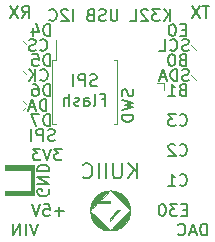
<source format=gbr>
G04 #@! TF.GenerationSoftware,KiCad,Pcbnew,5.1.9-73d0e3b20d~88~ubuntu16.04.1*
G04 #@! TF.CreationDate,2021-02-23T03:34:03+00:00*
G04 #@! TF.ProjectId,kuiic,6b756969-632e-46b6-9963-61645f706362,rev?*
G04 #@! TF.SameCoordinates,Original*
G04 #@! TF.FileFunction,Legend,Bot*
G04 #@! TF.FilePolarity,Positive*
%FSLAX46Y46*%
G04 Gerber Fmt 4.6, Leading zero omitted, Abs format (unit mm)*
G04 Created by KiCad (PCBNEW 5.1.9-73d0e3b20d~88~ubuntu16.04.1) date 2021-02-23 03:34:03*
%MOMM*%
%LPD*%
G01*
G04 APERTURE LIST*
%ADD10C,0.150000*%
%ADD11C,0.120000*%
%ADD12C,0.002540*%
%ADD13C,0.203200*%
%ADD14C,0.010000*%
G04 APERTURE END LIST*
D10*
X132095238Y-118562380D02*
X132095238Y-117562380D01*
X131523809Y-118562380D02*
X131952380Y-117990952D01*
X131523809Y-117562380D02*
X132095238Y-118133809D01*
X131190476Y-117562380D02*
X130571428Y-117562380D01*
X130904761Y-117943333D01*
X130761904Y-117943333D01*
X130666666Y-117990952D01*
X130619047Y-118038571D01*
X130571428Y-118133809D01*
X130571428Y-118371904D01*
X130619047Y-118467142D01*
X130666666Y-118514761D01*
X130761904Y-118562380D01*
X131047619Y-118562380D01*
X131142857Y-118514761D01*
X131190476Y-118467142D01*
X130190476Y-117657619D02*
X130142857Y-117610000D01*
X130047619Y-117562380D01*
X129809523Y-117562380D01*
X129714285Y-117610000D01*
X129666666Y-117657619D01*
X129619047Y-117752857D01*
X129619047Y-117848095D01*
X129666666Y-117990952D01*
X130238095Y-118562380D01*
X129619047Y-118562380D01*
X128714285Y-118562380D02*
X129190476Y-118562380D01*
X129190476Y-117562380D01*
X127619047Y-117562380D02*
X127619047Y-118371904D01*
X127571428Y-118467142D01*
X127523809Y-118514761D01*
X127428571Y-118562380D01*
X127238095Y-118562380D01*
X127142857Y-118514761D01*
X127095238Y-118467142D01*
X127047619Y-118371904D01*
X127047619Y-117562380D01*
X126619047Y-118514761D02*
X126476190Y-118562380D01*
X126238095Y-118562380D01*
X126142857Y-118514761D01*
X126095238Y-118467142D01*
X126047619Y-118371904D01*
X126047619Y-118276666D01*
X126095238Y-118181428D01*
X126142857Y-118133809D01*
X126238095Y-118086190D01*
X126428571Y-118038571D01*
X126523809Y-117990952D01*
X126571428Y-117943333D01*
X126619047Y-117848095D01*
X126619047Y-117752857D01*
X126571428Y-117657619D01*
X126523809Y-117610000D01*
X126428571Y-117562380D01*
X126190476Y-117562380D01*
X126047619Y-117610000D01*
X125285714Y-118038571D02*
X125142857Y-118086190D01*
X125095238Y-118133809D01*
X125047619Y-118229047D01*
X125047619Y-118371904D01*
X125095238Y-118467142D01*
X125142857Y-118514761D01*
X125238095Y-118562380D01*
X125619047Y-118562380D01*
X125619047Y-117562380D01*
X125285714Y-117562380D01*
X125190476Y-117610000D01*
X125142857Y-117657619D01*
X125095238Y-117752857D01*
X125095238Y-117848095D01*
X125142857Y-117943333D01*
X125190476Y-117990952D01*
X125285714Y-118038571D01*
X125619047Y-118038571D01*
X123857142Y-118562380D02*
X123857142Y-117562380D01*
X123428571Y-117657619D02*
X123380952Y-117610000D01*
X123285714Y-117562380D01*
X123047619Y-117562380D01*
X122952380Y-117610000D01*
X122904761Y-117657619D01*
X122857142Y-117752857D01*
X122857142Y-117848095D01*
X122904761Y-117990952D01*
X123476190Y-118562380D01*
X122857142Y-118562380D01*
X121857142Y-118467142D02*
X121904761Y-118514761D01*
X122047619Y-118562380D01*
X122142857Y-118562380D01*
X122285714Y-118514761D01*
X122380952Y-118419523D01*
X122428571Y-118324285D01*
X122476190Y-118133809D01*
X122476190Y-117990952D01*
X122428571Y-117800476D01*
X122380952Y-117705238D01*
X122285714Y-117610000D01*
X122142857Y-117562380D01*
X122047619Y-117562380D01*
X121904761Y-117610000D01*
X121857142Y-117657619D01*
X122308809Y-128674761D02*
X122165952Y-128722380D01*
X121927857Y-128722380D01*
X121832619Y-128674761D01*
X121785000Y-128627142D01*
X121737380Y-128531904D01*
X121737380Y-128436666D01*
X121785000Y-128341428D01*
X121832619Y-128293809D01*
X121927857Y-128246190D01*
X122118333Y-128198571D01*
X122213571Y-128150952D01*
X122261190Y-128103333D01*
X122308809Y-128008095D01*
X122308809Y-127912857D01*
X122261190Y-127817619D01*
X122213571Y-127770000D01*
X122118333Y-127722380D01*
X121880238Y-127722380D01*
X121737380Y-127770000D01*
X121308809Y-128722380D02*
X121308809Y-127722380D01*
X120927857Y-127722380D01*
X120832619Y-127770000D01*
X120785000Y-127817619D01*
X120737380Y-127912857D01*
X120737380Y-128055714D01*
X120785000Y-128150952D01*
X120832619Y-128198571D01*
X120927857Y-128246190D01*
X121308809Y-128246190D01*
X120308809Y-128722380D02*
X120308809Y-127722380D01*
D11*
X119634000Y-126111000D02*
X119888000Y-125857000D01*
X119634000Y-125349000D02*
X119888000Y-125603000D01*
D10*
X121594476Y-126182380D02*
X121594476Y-125182380D01*
X121356380Y-125182380D01*
X121213523Y-125230000D01*
X121118285Y-125325238D01*
X121070666Y-125420476D01*
X121023047Y-125610952D01*
X121023047Y-125753809D01*
X121070666Y-125944285D01*
X121118285Y-126039523D01*
X121213523Y-126134761D01*
X121356380Y-126182380D01*
X121594476Y-126182380D01*
X120642095Y-125896666D02*
X120165904Y-125896666D01*
X120737333Y-126182380D02*
X120404000Y-125182380D01*
X120070666Y-126182380D01*
D11*
X119634000Y-122809000D02*
X119888000Y-123063000D01*
X119888000Y-120523000D02*
X119634000Y-120269000D01*
D10*
X121070666Y-121007142D02*
X121118285Y-121054761D01*
X121261142Y-121102380D01*
X121356380Y-121102380D01*
X121499238Y-121054761D01*
X121594476Y-120959523D01*
X121642095Y-120864285D01*
X121689714Y-120673809D01*
X121689714Y-120530952D01*
X121642095Y-120340476D01*
X121594476Y-120245238D01*
X121499238Y-120150000D01*
X121356380Y-120102380D01*
X121261142Y-120102380D01*
X121118285Y-120150000D01*
X121070666Y-120197619D01*
X120689714Y-121054761D02*
X120546857Y-121102380D01*
X120308761Y-121102380D01*
X120213523Y-121054761D01*
X120165904Y-121007142D01*
X120118285Y-120911904D01*
X120118285Y-120816666D01*
X120165904Y-120721428D01*
X120213523Y-120673809D01*
X120308761Y-120626190D01*
X120499238Y-120578571D01*
X120594476Y-120530952D01*
X120642095Y-120483333D01*
X120689714Y-120388095D01*
X120689714Y-120292857D01*
X120642095Y-120197619D01*
X120594476Y-120150000D01*
X120499238Y-120102380D01*
X120261142Y-120102380D01*
X120118285Y-120150000D01*
X121094476Y-123547142D02*
X121142095Y-123594761D01*
X121284952Y-123642380D01*
X121380190Y-123642380D01*
X121523047Y-123594761D01*
X121618285Y-123499523D01*
X121665904Y-123404285D01*
X121713523Y-123213809D01*
X121713523Y-123070952D01*
X121665904Y-122880476D01*
X121618285Y-122785238D01*
X121523047Y-122690000D01*
X121380190Y-122642380D01*
X121284952Y-122642380D01*
X121142095Y-122690000D01*
X121094476Y-122737619D01*
X120665904Y-123642380D02*
X120665904Y-122642380D01*
X120094476Y-123642380D02*
X120523047Y-123070952D01*
X120094476Y-122642380D02*
X120665904Y-123213809D01*
X120856238Y-135723380D02*
X120522904Y-136723380D01*
X120189571Y-135723380D01*
X119856238Y-136723380D02*
X119856238Y-135723380D01*
X119380047Y-136723380D02*
X119380047Y-135723380D01*
X118808619Y-136723380D01*
X118808619Y-135723380D01*
D12*
G36*
X120523000Y-133350000D02*
G01*
X120269000Y-133350000D01*
X120269000Y-130810000D01*
X120523000Y-130810000D01*
X120523000Y-133350000D01*
G37*
X120523000Y-133350000D02*
X120269000Y-133350000D01*
X120269000Y-130810000D01*
X120523000Y-130810000D01*
X120523000Y-133350000D01*
D11*
X133858000Y-123190000D02*
X134239000Y-123571000D01*
X133858000Y-120650000D02*
X134239000Y-121031000D01*
D10*
X133651476Y-121054761D02*
X133508619Y-121102380D01*
X133270523Y-121102380D01*
X133175285Y-121054761D01*
X133127666Y-121007142D01*
X133080047Y-120911904D01*
X133080047Y-120816666D01*
X133127666Y-120721428D01*
X133175285Y-120673809D01*
X133270523Y-120626190D01*
X133461000Y-120578571D01*
X133556238Y-120530952D01*
X133603857Y-120483333D01*
X133651476Y-120388095D01*
X133651476Y-120292857D01*
X133603857Y-120197619D01*
X133556238Y-120150000D01*
X133461000Y-120102380D01*
X133222904Y-120102380D01*
X133080047Y-120150000D01*
X132080047Y-121007142D02*
X132127666Y-121054761D01*
X132270523Y-121102380D01*
X132365761Y-121102380D01*
X132508619Y-121054761D01*
X132603857Y-120959523D01*
X132651476Y-120864285D01*
X132699095Y-120673809D01*
X132699095Y-120530952D01*
X132651476Y-120340476D01*
X132603857Y-120245238D01*
X132508619Y-120150000D01*
X132365761Y-120102380D01*
X132270523Y-120102380D01*
X132127666Y-120150000D01*
X132080047Y-120197619D01*
X131175285Y-121102380D02*
X131651476Y-121102380D01*
X131651476Y-120102380D01*
X133675285Y-123594761D02*
X133532428Y-123642380D01*
X133294333Y-123642380D01*
X133199095Y-123594761D01*
X133151476Y-123547142D01*
X133103857Y-123451904D01*
X133103857Y-123356666D01*
X133151476Y-123261428D01*
X133199095Y-123213809D01*
X133294333Y-123166190D01*
X133484809Y-123118571D01*
X133580047Y-123070952D01*
X133627666Y-123023333D01*
X133675285Y-122928095D01*
X133675285Y-122832857D01*
X133627666Y-122737619D01*
X133580047Y-122690000D01*
X133484809Y-122642380D01*
X133246714Y-122642380D01*
X133103857Y-122690000D01*
X132675285Y-123642380D02*
X132675285Y-122642380D01*
X132437190Y-122642380D01*
X132294333Y-122690000D01*
X132199095Y-122785238D01*
X132151476Y-122880476D01*
X132103857Y-123070952D01*
X132103857Y-123213809D01*
X132151476Y-123404285D01*
X132199095Y-123499523D01*
X132294333Y-123594761D01*
X132437190Y-123642380D01*
X132675285Y-123642380D01*
X131722904Y-123356666D02*
X131246714Y-123356666D01*
X131818142Y-123642380D02*
X131484809Y-122642380D01*
X131151476Y-123642380D01*
X135175476Y-136723380D02*
X135175476Y-135723380D01*
X134937380Y-135723380D01*
X134794523Y-135771000D01*
X134699285Y-135866238D01*
X134651666Y-135961476D01*
X134604047Y-136151952D01*
X134604047Y-136294809D01*
X134651666Y-136485285D01*
X134699285Y-136580523D01*
X134794523Y-136675761D01*
X134937380Y-136723380D01*
X135175476Y-136723380D01*
X134223095Y-136437666D02*
X133746904Y-136437666D01*
X134318333Y-136723380D02*
X133985000Y-135723380D01*
X133651666Y-136723380D01*
X132746904Y-136628142D02*
X132794523Y-136675761D01*
X132937380Y-136723380D01*
X133032619Y-136723380D01*
X133175476Y-136675761D01*
X133270714Y-136580523D01*
X133318333Y-136485285D01*
X133365952Y-136294809D01*
X133365952Y-136151952D01*
X133318333Y-135961476D01*
X133270714Y-135866238D01*
X133175476Y-135771000D01*
X133032619Y-135723380D01*
X132937380Y-135723380D01*
X132794523Y-135771000D01*
X132746904Y-135818619D01*
D12*
G36*
X120269000Y-133350000D02*
G01*
X118110000Y-133350000D01*
X118110000Y-132969000D01*
X120269000Y-132969000D01*
X120269000Y-133350000D01*
G37*
X120269000Y-133350000D02*
X118110000Y-133350000D01*
X118110000Y-132969000D01*
X120269000Y-132969000D01*
X120269000Y-133350000D01*
G36*
X120269000Y-131191000D02*
G01*
X118110000Y-131191000D01*
X118110000Y-130810000D01*
X120269000Y-130810000D01*
X120269000Y-131191000D01*
G37*
X120269000Y-131191000D02*
X118110000Y-131191000D01*
X118110000Y-130810000D01*
X120269000Y-130810000D01*
X120269000Y-131191000D01*
D10*
X128928761Y-124372857D02*
X128976380Y-124515714D01*
X128976380Y-124753809D01*
X128928761Y-124849047D01*
X128881142Y-124896666D01*
X128785904Y-124944285D01*
X128690666Y-124944285D01*
X128595428Y-124896666D01*
X128547809Y-124849047D01*
X128500190Y-124753809D01*
X128452571Y-124563333D01*
X128404952Y-124468095D01*
X128357333Y-124420476D01*
X128262095Y-124372857D01*
X128166857Y-124372857D01*
X128071619Y-124420476D01*
X128024000Y-124468095D01*
X127976380Y-124563333D01*
X127976380Y-124801428D01*
X128024000Y-124944285D01*
X127976380Y-125277619D02*
X128976380Y-125515714D01*
X128262095Y-125706190D01*
X128976380Y-125896666D01*
X127976380Y-126134761D01*
X128976380Y-126515714D02*
X127976380Y-126515714D01*
X127976380Y-126753809D01*
X128024000Y-126896666D01*
X128119238Y-126991904D01*
X128214476Y-127039523D01*
X128404952Y-127087142D01*
X128547809Y-127087142D01*
X128738285Y-127039523D01*
X128833523Y-126991904D01*
X128928761Y-126896666D01*
X128976380Y-126753809D01*
X128976380Y-126515714D01*
X123078714Y-134691428D02*
X122316809Y-134691428D01*
X122697761Y-135072380D02*
X122697761Y-134310476D01*
X121364428Y-134072380D02*
X121840619Y-134072380D01*
X121888238Y-134548571D01*
X121840619Y-134500952D01*
X121745380Y-134453333D01*
X121507285Y-134453333D01*
X121412047Y-134500952D01*
X121364428Y-134548571D01*
X121316809Y-134643809D01*
X121316809Y-134881904D01*
X121364428Y-134977142D01*
X121412047Y-135024761D01*
X121507285Y-135072380D01*
X121745380Y-135072380D01*
X121840619Y-135024761D01*
X121888238Y-134977142D01*
X121031095Y-134072380D02*
X120697761Y-135072380D01*
X120364428Y-134072380D01*
X121785000Y-132841904D02*
X121832619Y-132937142D01*
X121832619Y-133080000D01*
X121785000Y-133222857D01*
X121689761Y-133318095D01*
X121594523Y-133365714D01*
X121404047Y-133413333D01*
X121261190Y-133413333D01*
X121070714Y-133365714D01*
X120975476Y-133318095D01*
X120880238Y-133222857D01*
X120832619Y-133080000D01*
X120832619Y-132984761D01*
X120880238Y-132841904D01*
X120927857Y-132794285D01*
X121261190Y-132794285D01*
X121261190Y-132984761D01*
X120832619Y-132365714D02*
X121832619Y-132365714D01*
X120832619Y-131794285D01*
X121832619Y-131794285D01*
X120832619Y-131318095D02*
X121832619Y-131318095D01*
X121832619Y-131080000D01*
X121785000Y-130937142D01*
X121689761Y-130841904D01*
X121594523Y-130794285D01*
X121404047Y-130746666D01*
X121261190Y-130746666D01*
X121070714Y-130794285D01*
X120975476Y-130841904D01*
X120880238Y-130937142D01*
X120832619Y-131080000D01*
X120832619Y-131318095D01*
X122904095Y-129373380D02*
X122285047Y-129373380D01*
X122618380Y-129754333D01*
X122475523Y-129754333D01*
X122380285Y-129801952D01*
X122332666Y-129849571D01*
X122285047Y-129944809D01*
X122285047Y-130182904D01*
X122332666Y-130278142D01*
X122380285Y-130325761D01*
X122475523Y-130373380D01*
X122761238Y-130373380D01*
X122856476Y-130325761D01*
X122904095Y-130278142D01*
X121999333Y-129373380D02*
X121666000Y-130373380D01*
X121332666Y-129373380D01*
X121094571Y-129373380D02*
X120475523Y-129373380D01*
X120808857Y-129754333D01*
X120666000Y-129754333D01*
X120570761Y-129801952D01*
X120523142Y-129849571D01*
X120475523Y-129944809D01*
X120475523Y-130182904D01*
X120523142Y-130278142D01*
X120570761Y-130325761D01*
X120666000Y-130373380D01*
X120951714Y-130373380D01*
X121046952Y-130325761D01*
X121094571Y-130278142D01*
X121896095Y-127452380D02*
X121896095Y-126452380D01*
X121658000Y-126452380D01*
X121515142Y-126500000D01*
X121419904Y-126595238D01*
X121372285Y-126690476D01*
X121324666Y-126880952D01*
X121324666Y-127023809D01*
X121372285Y-127214285D01*
X121419904Y-127309523D01*
X121515142Y-127404761D01*
X121658000Y-127452380D01*
X121896095Y-127452380D01*
X120991333Y-126452380D02*
X120324666Y-126452380D01*
X120753238Y-127452380D01*
X121896095Y-124912380D02*
X121896095Y-123912380D01*
X121658000Y-123912380D01*
X121515142Y-123960000D01*
X121419904Y-124055238D01*
X121372285Y-124150476D01*
X121324666Y-124340952D01*
X121324666Y-124483809D01*
X121372285Y-124674285D01*
X121419904Y-124769523D01*
X121515142Y-124864761D01*
X121658000Y-124912380D01*
X121896095Y-124912380D01*
X120467523Y-123912380D02*
X120658000Y-123912380D01*
X120753238Y-123960000D01*
X120800857Y-124007619D01*
X120896095Y-124150476D01*
X120943714Y-124340952D01*
X120943714Y-124721904D01*
X120896095Y-124817142D01*
X120848476Y-124864761D01*
X120753238Y-124912380D01*
X120562761Y-124912380D01*
X120467523Y-124864761D01*
X120419904Y-124817142D01*
X120372285Y-124721904D01*
X120372285Y-124483809D01*
X120419904Y-124388571D01*
X120467523Y-124340952D01*
X120562761Y-124293333D01*
X120753238Y-124293333D01*
X120848476Y-124340952D01*
X120896095Y-124388571D01*
X120943714Y-124483809D01*
X121896095Y-122372380D02*
X121896095Y-121372380D01*
X121658000Y-121372380D01*
X121515142Y-121420000D01*
X121419904Y-121515238D01*
X121372285Y-121610476D01*
X121324666Y-121800952D01*
X121324666Y-121943809D01*
X121372285Y-122134285D01*
X121419904Y-122229523D01*
X121515142Y-122324761D01*
X121658000Y-122372380D01*
X121896095Y-122372380D01*
X120419904Y-121372380D02*
X120896095Y-121372380D01*
X120943714Y-121848571D01*
X120896095Y-121800952D01*
X120800857Y-121753333D01*
X120562761Y-121753333D01*
X120467523Y-121800952D01*
X120419904Y-121848571D01*
X120372285Y-121943809D01*
X120372285Y-122181904D01*
X120419904Y-122277142D01*
X120467523Y-122324761D01*
X120562761Y-122372380D01*
X120800857Y-122372380D01*
X120896095Y-122324761D01*
X120943714Y-122277142D01*
X121896095Y-119832380D02*
X121896095Y-118832380D01*
X121658000Y-118832380D01*
X121515142Y-118880000D01*
X121419904Y-118975238D01*
X121372285Y-119070476D01*
X121324666Y-119260952D01*
X121324666Y-119403809D01*
X121372285Y-119594285D01*
X121419904Y-119689523D01*
X121515142Y-119784761D01*
X121658000Y-119832380D01*
X121896095Y-119832380D01*
X120467523Y-119165714D02*
X120467523Y-119832380D01*
X120705619Y-118784761D02*
X120943714Y-119499047D01*
X120324666Y-119499047D01*
X119546666Y-118308380D02*
X119880000Y-117832190D01*
X120118095Y-118308380D02*
X120118095Y-117308380D01*
X119737142Y-117308380D01*
X119641904Y-117356000D01*
X119594285Y-117403619D01*
X119546666Y-117498857D01*
X119546666Y-117641714D01*
X119594285Y-117736952D01*
X119641904Y-117784571D01*
X119737142Y-117832190D01*
X120118095Y-117832190D01*
X119213333Y-117308380D02*
X118546666Y-118308380D01*
X118546666Y-117308380D02*
X119213333Y-118308380D01*
X135381904Y-117308380D02*
X134810476Y-117308380D01*
X135096190Y-118308380D02*
X135096190Y-117308380D01*
X134572380Y-117308380D02*
X133905714Y-118308380D01*
X133905714Y-117308380D02*
X134572380Y-118308380D01*
X133405476Y-119308571D02*
X133072142Y-119308571D01*
X132929285Y-119832380D02*
X133405476Y-119832380D01*
X133405476Y-118832380D01*
X132929285Y-118832380D01*
X132310238Y-118832380D02*
X132215000Y-118832380D01*
X132119761Y-118880000D01*
X132072142Y-118927619D01*
X132024523Y-119022857D01*
X131976904Y-119213333D01*
X131976904Y-119451428D01*
X132024523Y-119641904D01*
X132072142Y-119737142D01*
X132119761Y-119784761D01*
X132215000Y-119832380D01*
X132310238Y-119832380D01*
X132405476Y-119784761D01*
X132453095Y-119737142D01*
X132500714Y-119641904D01*
X132548333Y-119451428D01*
X132548333Y-119213333D01*
X132500714Y-119022857D01*
X132453095Y-118927619D01*
X132405476Y-118880000D01*
X132310238Y-118832380D01*
X133119761Y-121848571D02*
X132976904Y-121896190D01*
X132929285Y-121943809D01*
X132881666Y-122039047D01*
X132881666Y-122181904D01*
X132929285Y-122277142D01*
X132976904Y-122324761D01*
X133072142Y-122372380D01*
X133453095Y-122372380D01*
X133453095Y-121372380D01*
X133119761Y-121372380D01*
X133024523Y-121420000D01*
X132976904Y-121467619D01*
X132929285Y-121562857D01*
X132929285Y-121658095D01*
X132976904Y-121753333D01*
X133024523Y-121800952D01*
X133119761Y-121848571D01*
X133453095Y-121848571D01*
X132262619Y-121372380D02*
X132167380Y-121372380D01*
X132072142Y-121420000D01*
X132024523Y-121467619D01*
X131976904Y-121562857D01*
X131929285Y-121753333D01*
X131929285Y-121991428D01*
X131976904Y-122181904D01*
X132024523Y-122277142D01*
X132072142Y-122324761D01*
X132167380Y-122372380D01*
X132262619Y-122372380D01*
X132357857Y-122324761D01*
X132405476Y-122277142D01*
X132453095Y-122181904D01*
X132500714Y-121991428D01*
X132500714Y-121753333D01*
X132453095Y-121562857D01*
X132405476Y-121467619D01*
X132357857Y-121420000D01*
X132262619Y-121372380D01*
X133119761Y-124388571D02*
X132976904Y-124436190D01*
X132929285Y-124483809D01*
X132881666Y-124579047D01*
X132881666Y-124721904D01*
X132929285Y-124817142D01*
X132976904Y-124864761D01*
X133072142Y-124912380D01*
X133453095Y-124912380D01*
X133453095Y-123912380D01*
X133119761Y-123912380D01*
X133024523Y-123960000D01*
X132976904Y-124007619D01*
X132929285Y-124102857D01*
X132929285Y-124198095D01*
X132976904Y-124293333D01*
X133024523Y-124340952D01*
X133119761Y-124388571D01*
X133453095Y-124388571D01*
X131929285Y-124912380D02*
X132500714Y-124912380D01*
X132215000Y-124912380D02*
X132215000Y-123912380D01*
X132310238Y-124055238D01*
X132405476Y-124150476D01*
X132500714Y-124198095D01*
X132881666Y-127357142D02*
X132929285Y-127404761D01*
X133072142Y-127452380D01*
X133167380Y-127452380D01*
X133310238Y-127404761D01*
X133405476Y-127309523D01*
X133453095Y-127214285D01*
X133500714Y-127023809D01*
X133500714Y-126880952D01*
X133453095Y-126690476D01*
X133405476Y-126595238D01*
X133310238Y-126500000D01*
X133167380Y-126452380D01*
X133072142Y-126452380D01*
X132929285Y-126500000D01*
X132881666Y-126547619D01*
X132548333Y-126452380D02*
X131929285Y-126452380D01*
X132262619Y-126833333D01*
X132119761Y-126833333D01*
X132024523Y-126880952D01*
X131976904Y-126928571D01*
X131929285Y-127023809D01*
X131929285Y-127261904D01*
X131976904Y-127357142D01*
X132024523Y-127404761D01*
X132119761Y-127452380D01*
X132405476Y-127452380D01*
X132500714Y-127404761D01*
X132548333Y-127357142D01*
X132881666Y-129897142D02*
X132929285Y-129944761D01*
X133072142Y-129992380D01*
X133167380Y-129992380D01*
X133310238Y-129944761D01*
X133405476Y-129849523D01*
X133453095Y-129754285D01*
X133500714Y-129563809D01*
X133500714Y-129420952D01*
X133453095Y-129230476D01*
X133405476Y-129135238D01*
X133310238Y-129040000D01*
X133167380Y-128992380D01*
X133072142Y-128992380D01*
X132929285Y-129040000D01*
X132881666Y-129087619D01*
X132500714Y-129087619D02*
X132453095Y-129040000D01*
X132357857Y-128992380D01*
X132119761Y-128992380D01*
X132024523Y-129040000D01*
X131976904Y-129087619D01*
X131929285Y-129182857D01*
X131929285Y-129278095D01*
X131976904Y-129420952D01*
X132548333Y-129992380D01*
X131929285Y-129992380D01*
X132881666Y-132437142D02*
X132929285Y-132484761D01*
X133072142Y-132532380D01*
X133167380Y-132532380D01*
X133310238Y-132484761D01*
X133405476Y-132389523D01*
X133453095Y-132294285D01*
X133500714Y-132103809D01*
X133500714Y-131960952D01*
X133453095Y-131770476D01*
X133405476Y-131675238D01*
X133310238Y-131580000D01*
X133167380Y-131532380D01*
X133072142Y-131532380D01*
X132929285Y-131580000D01*
X132881666Y-131627619D01*
X131929285Y-132532380D02*
X132500714Y-132532380D01*
X132215000Y-132532380D02*
X132215000Y-131532380D01*
X132310238Y-131675238D01*
X132405476Y-131770476D01*
X132500714Y-131818095D01*
X133500666Y-134548571D02*
X133167333Y-134548571D01*
X133024476Y-135072380D02*
X133500666Y-135072380D01*
X133500666Y-134072380D01*
X133024476Y-134072380D01*
X132691142Y-134072380D02*
X132072095Y-134072380D01*
X132405428Y-134453333D01*
X132262571Y-134453333D01*
X132167333Y-134500952D01*
X132119714Y-134548571D01*
X132072095Y-134643809D01*
X132072095Y-134881904D01*
X132119714Y-134977142D01*
X132167333Y-135024761D01*
X132262571Y-135072380D01*
X132548285Y-135072380D01*
X132643523Y-135024761D01*
X132691142Y-134977142D01*
X131453047Y-134072380D02*
X131357809Y-134072380D01*
X131262571Y-134120000D01*
X131214952Y-134167619D01*
X131167333Y-134262857D01*
X131119714Y-134453333D01*
X131119714Y-134691428D01*
X131167333Y-134881904D01*
X131214952Y-134977142D01*
X131262571Y-135024761D01*
X131357809Y-135072380D01*
X131453047Y-135072380D01*
X131548285Y-135024761D01*
X131595904Y-134977142D01*
X131643523Y-134881904D01*
X131691142Y-134691428D01*
X131691142Y-134453333D01*
X131643523Y-134262857D01*
X131595904Y-134167619D01*
X131548285Y-134120000D01*
X131453047Y-134072380D01*
D13*
X129237619Y-131892523D02*
X129237619Y-130622523D01*
X128511904Y-131892523D02*
X129056190Y-131166809D01*
X128511904Y-130622523D02*
X129237619Y-131348238D01*
X127967619Y-130622523D02*
X127967619Y-131650619D01*
X127907142Y-131771571D01*
X127846666Y-131832047D01*
X127725714Y-131892523D01*
X127483809Y-131892523D01*
X127362857Y-131832047D01*
X127302380Y-131771571D01*
X127241904Y-131650619D01*
X127241904Y-130622523D01*
X126637142Y-131892523D02*
X126637142Y-130622523D01*
X126032380Y-131892523D02*
X126032380Y-130622523D01*
X124701904Y-131771571D02*
X124762380Y-131832047D01*
X124943809Y-131892523D01*
X125064761Y-131892523D01*
X125246190Y-131832047D01*
X125367142Y-131711095D01*
X125427619Y-131590142D01*
X125488095Y-131348238D01*
X125488095Y-131166809D01*
X125427619Y-130924904D01*
X125367142Y-130803952D01*
X125246190Y-130683000D01*
X125064761Y-130622523D01*
X124943809Y-130622523D01*
X124762380Y-130683000D01*
X124701904Y-130743476D01*
D10*
X125864809Y-124039761D02*
X125721952Y-124087380D01*
X125483857Y-124087380D01*
X125388619Y-124039761D01*
X125341000Y-123992142D01*
X125293380Y-123896904D01*
X125293380Y-123801666D01*
X125341000Y-123706428D01*
X125388619Y-123658809D01*
X125483857Y-123611190D01*
X125674333Y-123563571D01*
X125769571Y-123515952D01*
X125817190Y-123468333D01*
X125864809Y-123373095D01*
X125864809Y-123277857D01*
X125817190Y-123182619D01*
X125769571Y-123135000D01*
X125674333Y-123087380D01*
X125436238Y-123087380D01*
X125293380Y-123135000D01*
X124864809Y-124087380D02*
X124864809Y-123087380D01*
X124483857Y-123087380D01*
X124388619Y-123135000D01*
X124341000Y-123182619D01*
X124293380Y-123277857D01*
X124293380Y-123420714D01*
X124341000Y-123515952D01*
X124388619Y-123563571D01*
X124483857Y-123611190D01*
X124864809Y-123611190D01*
X123864809Y-124087380D02*
X123864809Y-123087380D01*
X126269571Y-125213571D02*
X126602904Y-125213571D01*
X126602904Y-125737380D02*
X126602904Y-124737380D01*
X126126714Y-124737380D01*
X125602904Y-125737380D02*
X125698142Y-125689761D01*
X125745761Y-125594523D01*
X125745761Y-124737380D01*
X124793380Y-125737380D02*
X124793380Y-125213571D01*
X124841000Y-125118333D01*
X124936238Y-125070714D01*
X125126714Y-125070714D01*
X125221952Y-125118333D01*
X124793380Y-125689761D02*
X124888619Y-125737380D01*
X125126714Y-125737380D01*
X125221952Y-125689761D01*
X125269571Y-125594523D01*
X125269571Y-125499285D01*
X125221952Y-125404047D01*
X125126714Y-125356428D01*
X124888619Y-125356428D01*
X124793380Y-125308809D01*
X124364809Y-125689761D02*
X124269571Y-125737380D01*
X124079095Y-125737380D01*
X123983857Y-125689761D01*
X123936238Y-125594523D01*
X123936238Y-125546904D01*
X123983857Y-125451666D01*
X124079095Y-125404047D01*
X124221952Y-125404047D01*
X124317190Y-125356428D01*
X124364809Y-125261190D01*
X124364809Y-125213571D01*
X124317190Y-125118333D01*
X124221952Y-125070714D01*
X124079095Y-125070714D01*
X123983857Y-125118333D01*
X123507666Y-125737380D02*
X123507666Y-124737380D01*
X123079095Y-125737380D02*
X123079095Y-125213571D01*
X123126714Y-125118333D01*
X123221952Y-125070714D01*
X123364809Y-125070714D01*
X123460047Y-125118333D01*
X123507666Y-125165952D01*
D14*
G04 #@! TO.C,G\u002A\u002A\u002A*
G36*
X127846667Y-135458200D02*
G01*
X127707008Y-135597644D01*
X127574157Y-135729833D01*
X127450078Y-135852842D01*
X127336730Y-135964749D01*
X127236076Y-136063631D01*
X127150075Y-136147567D01*
X127080690Y-136214632D01*
X127029881Y-136262905D01*
X126999611Y-136290463D01*
X126991661Y-136296400D01*
X126977145Y-136284734D01*
X126940676Y-136251018D01*
X126884221Y-136197177D01*
X126809747Y-136125134D01*
X126719222Y-136036813D01*
X126614613Y-135934139D01*
X126497888Y-135819035D01*
X126371015Y-135693425D01*
X126235961Y-135559233D01*
X126138821Y-135462433D01*
X125302915Y-134628466D01*
X125313323Y-134763933D01*
X125342915Y-134962310D01*
X125399663Y-135164717D01*
X125480000Y-135360940D01*
X125580357Y-135540764D01*
X125589523Y-135554706D01*
X125733413Y-135741414D01*
X125898876Y-135904064D01*
X126082858Y-136041387D01*
X126282307Y-136152109D01*
X126494169Y-136234961D01*
X126715390Y-136288672D01*
X126942917Y-136311969D01*
X127173696Y-136303583D01*
X127330200Y-136279283D01*
X127490149Y-136240993D01*
X127628350Y-136194902D01*
X127756725Y-136136835D01*
X127794755Y-136116646D01*
X128001023Y-135985061D01*
X128183251Y-135829940D01*
X128340382Y-135652622D01*
X128471356Y-135454450D01*
X128575113Y-135236763D01*
X128637831Y-135049394D01*
X128656197Y-134979620D01*
X128668995Y-134919216D01*
X128677202Y-134859102D01*
X128681799Y-134790194D01*
X128683763Y-134703410D01*
X128684094Y-134620644D01*
X127846667Y-135458200D01*
G37*
X127846667Y-135458200D02*
X127707008Y-135597644D01*
X127574157Y-135729833D01*
X127450078Y-135852842D01*
X127336730Y-135964749D01*
X127236076Y-136063631D01*
X127150075Y-136147567D01*
X127080690Y-136214632D01*
X127029881Y-136262905D01*
X126999611Y-136290463D01*
X126991661Y-136296400D01*
X126977145Y-136284734D01*
X126940676Y-136251018D01*
X126884221Y-136197177D01*
X126809747Y-136125134D01*
X126719222Y-136036813D01*
X126614613Y-135934139D01*
X126497888Y-135819035D01*
X126371015Y-135693425D01*
X126235961Y-135559233D01*
X126138821Y-135462433D01*
X125302915Y-134628466D01*
X125313323Y-134763933D01*
X125342915Y-134962310D01*
X125399663Y-135164717D01*
X125480000Y-135360940D01*
X125580357Y-135540764D01*
X125589523Y-135554706D01*
X125733413Y-135741414D01*
X125898876Y-135904064D01*
X126082858Y-136041387D01*
X126282307Y-136152109D01*
X126494169Y-136234961D01*
X126715390Y-136288672D01*
X126942917Y-136311969D01*
X127173696Y-136303583D01*
X127330200Y-136279283D01*
X127490149Y-136240993D01*
X127628350Y-136194902D01*
X127756725Y-136136835D01*
X127794755Y-136116646D01*
X128001023Y-135985061D01*
X128183251Y-135829940D01*
X128340382Y-135652622D01*
X128471356Y-135454450D01*
X128575113Y-135236763D01*
X128637831Y-135049394D01*
X128656197Y-134979620D01*
X128668995Y-134919216D01*
X128677202Y-134859102D01*
X128681799Y-134790194D01*
X128683763Y-134703410D01*
X128684094Y-134620644D01*
X127846667Y-135458200D01*
G36*
X128684097Y-134620000D02*
G01*
X128684094Y-134620644D01*
X128684739Y-134619999D01*
X128684093Y-134619352D01*
X128684097Y-134620000D01*
G37*
X128684097Y-134620000D02*
X128684094Y-134620644D01*
X128684739Y-134619999D01*
X128684093Y-134619352D01*
X128684097Y-134620000D01*
G36*
X127838136Y-133771424D02*
G01*
X128684093Y-134619352D01*
X128683467Y-134513352D01*
X128680933Y-134431518D01*
X128675529Y-134365457D01*
X128666292Y-134306129D01*
X128652255Y-134244493D01*
X128638538Y-134193264D01*
X128558497Y-133963879D01*
X128451500Y-133752336D01*
X128319499Y-133560589D01*
X128164447Y-133390592D01*
X127988298Y-133244301D01*
X127793004Y-133123670D01*
X127580518Y-133030653D01*
X127431656Y-132985301D01*
X127340828Y-132964846D01*
X127243420Y-132947187D01*
X127155710Y-132935143D01*
X127127000Y-132932530D01*
X126991534Y-132922851D01*
X127838136Y-133771424D01*
G37*
X127838136Y-133771424D02*
X128684093Y-134619352D01*
X128683467Y-134513352D01*
X128680933Y-134431518D01*
X128675529Y-134365457D01*
X128666292Y-134306129D01*
X128652255Y-134244493D01*
X128638538Y-134193264D01*
X128558497Y-133963879D01*
X128451500Y-133752336D01*
X128319499Y-133560589D01*
X128164447Y-133390592D01*
X127988298Y-133244301D01*
X127793004Y-133123670D01*
X127580518Y-133030653D01*
X127431656Y-132985301D01*
X127340828Y-132964846D01*
X127243420Y-132947187D01*
X127155710Y-132935143D01*
X127127000Y-132932530D01*
X126991534Y-132922851D01*
X127838136Y-133771424D01*
G36*
X127299583Y-134921547D02*
G01*
X127001270Y-135220710D01*
X127001270Y-135488680D01*
X127431673Y-135043564D01*
X127854879Y-134620000D01*
X127600781Y-134620000D01*
X127299583Y-134921547D01*
G37*
X127299583Y-134921547D02*
X127001270Y-135220710D01*
X127001270Y-135488680D01*
X127431673Y-135043564D01*
X127854879Y-134620000D01*
X127600781Y-134620000D01*
X127299583Y-134921547D01*
G36*
X126864280Y-132932651D02*
G01*
X126751347Y-132947312D01*
X126623019Y-132973469D01*
X126492183Y-133007805D01*
X126371730Y-133047005D01*
X126289702Y-133080473D01*
X126085383Y-133193768D01*
X125899394Y-133333996D01*
X125734265Y-133498135D01*
X125592525Y-133683164D01*
X125476705Y-133886059D01*
X125389333Y-134103801D01*
X125365544Y-134184442D01*
X125350029Y-134249985D01*
X125335343Y-134325318D01*
X125322443Y-134403412D01*
X125312283Y-134477240D01*
X125305819Y-134539773D01*
X125304005Y-134583983D01*
X125307798Y-134602841D01*
X125308652Y-134603066D01*
X125322015Y-134591601D01*
X125355886Y-134559394D01*
X125406906Y-134509733D01*
X125471716Y-134445902D01*
X125546956Y-134371186D01*
X125603000Y-134315200D01*
X125890493Y-134027333D01*
X127000000Y-134027333D01*
X127000000Y-133858000D01*
X126060431Y-133858000D01*
X126525982Y-133390404D01*
X126991534Y-132922808D01*
X126864280Y-132932651D01*
G37*
X126864280Y-132932651D02*
X126751347Y-132947312D01*
X126623019Y-132973469D01*
X126492183Y-133007805D01*
X126371730Y-133047005D01*
X126289702Y-133080473D01*
X126085383Y-133193768D01*
X125899394Y-133333996D01*
X125734265Y-133498135D01*
X125592525Y-133683164D01*
X125476705Y-133886059D01*
X125389333Y-134103801D01*
X125365544Y-134184442D01*
X125350029Y-134249985D01*
X125335343Y-134325318D01*
X125322443Y-134403412D01*
X125312283Y-134477240D01*
X125305819Y-134539773D01*
X125304005Y-134583983D01*
X125307798Y-134602841D01*
X125308652Y-134603066D01*
X125322015Y-134591601D01*
X125355886Y-134559394D01*
X125406906Y-134509733D01*
X125471716Y-134445902D01*
X125546956Y-134371186D01*
X125603000Y-134315200D01*
X125890493Y-134027333D01*
X127000000Y-134027333D01*
X127000000Y-133858000D01*
X126060431Y-133858000D01*
X126525982Y-133390404D01*
X126991534Y-132922808D01*
X126864280Y-132932651D01*
D11*
G04 #@! TO.C,U2*
X122376000Y-121862000D02*
X122376000Y-120187000D01*
X122116000Y-121862000D02*
X122376000Y-121862000D01*
X122116000Y-124587000D02*
X122116000Y-121862000D01*
X122116000Y-127312000D02*
X122376000Y-127312000D01*
X122116000Y-124587000D02*
X122116000Y-127312000D01*
X127566000Y-121862000D02*
X127306000Y-121862000D01*
X127566000Y-124587000D02*
X127566000Y-121862000D01*
X127566000Y-127312000D02*
X127306000Y-127312000D01*
X127566000Y-124587000D02*
X127566000Y-127312000D01*
G04 #@! TO.C,J2*
X131572000Y-124460000D02*
X131572000Y-123825000D01*
X131572000Y-123825000D02*
X130937000Y-123825000D01*
G04 #@! TD*
M02*

</source>
